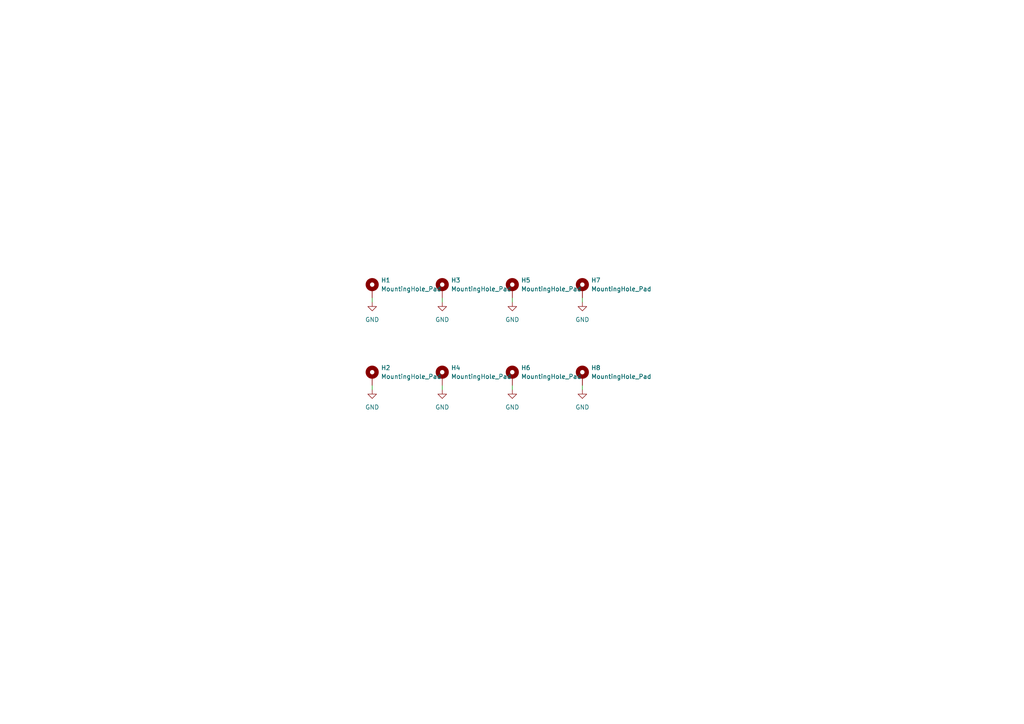
<source format=kicad_sch>
(kicad_sch (version 20230121) (generator eeschema)
  (paper "A4")
  (title_block (title "Ribbon Controller Front Panel") (date "2023-03-28") (rev "0") (comment 1 "creativecommons.org/licenses/by/4.0/") (comment 2 "License: CC by 4.0") (comment 3 "Author: Jordan Aceto"))
  (lib_symbols
    (symbol "Mechanical:MountingHole_Pad" (pin_numbers hide) (pin_names (offset 1.016) hide)
      (property "Reference" "H" (at 0 6.35 0))
      (property "Value" "MountingHole_Pad" (at 0 4.445 0))
      (symbol "MountingHole_Pad_0_1"
        (circle (center 0 1.27) (radius 1.27) (stroke (width 1.27)))
      )
      (symbol "MountingHole_Pad_1_1"
        (pin input line (at 0 -2.54 90) (length 2.54) (name "1") (number "1"))
      )
    )
    (symbol "power:GND" (power) (pin_names (offset 0))
      (property "Value" "GND" (at 0 -3.81 0))
      (symbol "GND_0_1"
        (polyline (pts (xy 0 0) (xy 0 -1.27) (xy 1.27 -1.27) (xy 0 -2.54) (xy -1.27 -1.27) (xy 0 -1.27)))
      )
      (symbol "GND_1_1"
        (pin power_in line (at 0 0 270) (length 0) hide (name "GND") (number "1"))
      )
    )
  )
  (wire (pts (xy 168.91 111.76) (xy 168.91 113.03)))
  (wire (pts (xy 107.95 86.36) (xy 107.95 87.63)))
  (wire (pts (xy 148.59 111.76) (xy 148.59 113.03)))
  (wire (pts (xy 128.27 111.76) (xy 128.27 113.03)))
  (wire (pts (xy 107.95 111.76) (xy 107.95 113.03)))
  (wire (pts (xy 128.27 86.36) (xy 128.27 87.63)))
  (wire (pts (xy 168.91 86.36) (xy 168.91 87.63)))
  (wire (pts (xy 148.59 86.36) (xy 148.59 87.63)))
  (symbol (lib_id "power:GND") (at 128.27 87.63 0) (unit 1)
    (property "Reference" "#PWR0102" (effects hide))
    (property "Value" "GND" (at 128.27 92.71 0))
  )
  (symbol (lib_id "Mechanical:MountingHole_Pad") (at 107.95 109.22 0) (unit 1)
    (property "Reference" "H2" (at 110.49 106.68 0) (effects (justify left)))
    (property "Value" "MountingHole_Pad" (at 110.49 109.22 0) (effects (justify left)))
    (property "Footprint" "MountingHole:MountingHole_3.2mm_M3_Pad_Via" (effects hide))
  )
  (symbol (lib_id "power:GND") (at 168.91 113.03 0) (unit 1)
    (property "Reference" "#PWR0108" (effects hide))
    (property "Value" "GND" (at 168.91 118.11 0))
  )
  (symbol (lib_id "Mechanical:MountingHole_Pad") (at 148.59 83.82 0) (unit 1)
    (property "Reference" "H5" (at 151.13 81.28 0) (effects (justify left)))
    (property "Value" "MountingHole_Pad" (at 151.13 83.82 0) (effects (justify left)))
    (property "Footprint" "MountingHole:MountingHole_3.2mm_M3_Pad_Via" (effects hide))
  )
  (symbol (lib_id "Mechanical:MountingHole_Pad") (at 168.91 83.82 0) (unit 1)
    (property "Reference" "H7" (at 171.45 81.28 0) (effects (justify left)))
    (property "Value" "MountingHole_Pad" (at 171.45 83.82 0) (effects (justify left)))
    (property "Footprint" "MountingHole:MountingHole_3.2mm_M3_Pad_Via" (effects hide))
  )
  (symbol (lib_id "Mechanical:MountingHole_Pad") (at 128.27 109.22 0) (unit 1)
    (property "Reference" "H4" (at 130.81 106.68 0) (effects (justify left)))
    (property "Value" "MountingHole_Pad" (at 130.81 109.22 0) (effects (justify left)))
    (property "Footprint" "MountingHole:MountingHole_3.2mm_M3_Pad_Via" (effects hide))
  )
  (symbol (lib_id "power:GND") (at 128.27 113.03 0) (unit 1)
    (property "Reference" "#PWR0104" (effects hide))
    (property "Value" "GND" (at 128.27 118.11 0))
  )
  (symbol (lib_id "Mechanical:MountingHole_Pad") (at 128.27 83.82 0) (unit 1)
    (property "Reference" "H3" (at 130.81 81.28 0) (effects (justify left)))
    (property "Value" "MountingHole_Pad" (at 130.81 83.82 0) (effects (justify left)))
    (property "Footprint" "MountingHole:MountingHole_3.2mm_M3_Pad_Via" (effects hide))
  )
  (symbol (lib_id "power:GND") (at 107.95 113.03 0) (unit 1)
    (property "Reference" "#PWR0103" (effects hide))
    (property "Value" "GND" (at 107.95 118.11 0))
  )
  (symbol (lib_id "Mechanical:MountingHole_Pad") (at 107.95 83.82 0) (unit 1)
    (property "Reference" "H1" (at 110.49 81.28 0) (effects (justify left)))
    (property "Value" "MountingHole_Pad" (at 110.49 83.82 0) (effects (justify left)))
    (property "Footprint" "MountingHole:MountingHole_3.2mm_M3_Pad_Via" (effects hide))
  )
  (symbol (lib_id "Mechanical:MountingHole_Pad") (at 168.91 109.22 0) (unit 1)
    (property "Reference" "H8" (at 171.45 106.68 0) (effects (justify left)))
    (property "Value" "MountingHole_Pad" (at 171.45 109.22 0) (effects (justify left)))
    (property "Footprint" "MountingHole:MountingHole_3.2mm_M3_Pad_Via" (effects hide))
  )
  (symbol (lib_id "power:GND") (at 107.95 87.63 0) (unit 1)
    (property "Reference" "#PWR0101" (effects hide))
    (property "Value" "GND" (at 107.95 92.71 0))
  )
  (symbol (lib_id "Mechanical:MountingHole_Pad") (at 148.59 109.22 0) (unit 1)
    (property "Reference" "H6" (at 151.13 106.68 0) (effects (justify left)))
    (property "Value" "MountingHole_Pad" (at 151.13 109.22 0) (effects (justify left)))
    (property "Footprint" "MountingHole:MountingHole_3.2mm_M3_Pad_Via" (effects hide))
  )
  (symbol (lib_id "power:GND") (at 168.91 87.63 0) (unit 1)
    (property "Reference" "#PWR0107" (effects hide))
    (property "Value" "GND" (at 168.91 92.71 0))
  )
  (symbol (lib_id "power:GND") (at 148.59 87.63 0) (unit 1)
    (property "Reference" "#PWR0105" (effects hide))
    (property "Value" "GND" (at 148.59 92.71 0))
  )
  (symbol (lib_id "power:GND") (at 148.59 113.03 0) (unit 1)
    (property "Reference" "#PWR0106" (effects hide))
    (property "Value" "GND" (at 148.59 118.11 0))
  )
)
</source>
